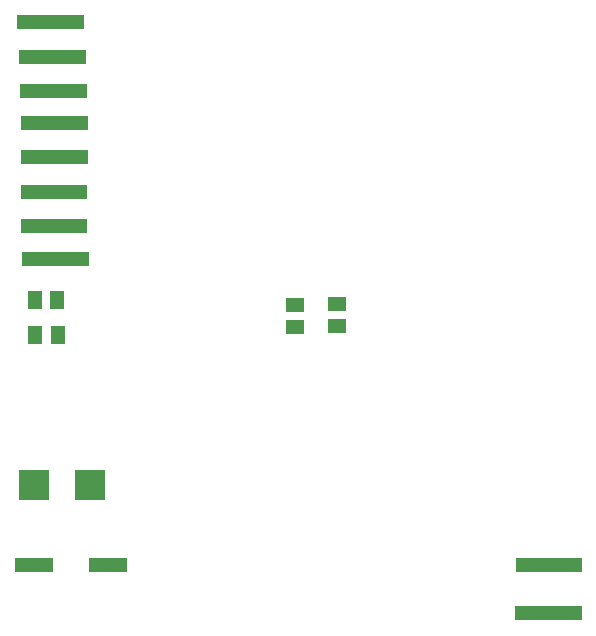
<source format=gbr>
G04 #@! TF.FileFunction,Paste,Top*
%FSLAX46Y46*%
G04 Gerber Fmt 4.6, Leading zero omitted, Abs format (unit mm)*
G04 Created by KiCad (PCBNEW 4.0.6) date 05/08/17 07:18:31*
%MOMM*%
%LPD*%
G01*
G04 APERTURE LIST*
%ADD10C,0.100000*%
%ADD11R,1.500000X1.300000*%
%ADD12R,1.300000X1.500000*%
%ADD13C,1.100000*%
%ADD14R,0.635000X1.270000*%
%ADD15R,3.300000X1.300000*%
%ADD16R,2.540000X2.540000*%
G04 APERTURE END LIST*
D10*
D11*
X123952300Y-101280300D03*
X123952300Y-103180300D03*
X127584500Y-103104100D03*
X127584500Y-101204100D03*
D12*
X103905300Y-103859900D03*
X102005300Y-103859900D03*
X103847900Y-100932300D03*
X101947900Y-100932300D03*
D13*
X145772700Y-123292900D03*
D14*
X146153700Y-123292900D03*
X146788700Y-123292900D03*
X145518700Y-123292900D03*
X144883700Y-123292900D03*
X144248700Y-123292900D03*
X147385600Y-123292900D03*
X147982500Y-123292900D03*
X143626400Y-123292900D03*
X143004100Y-123292900D03*
D13*
X145754500Y-127426900D03*
D14*
X146135500Y-127426900D03*
X146770500Y-127426900D03*
X145500500Y-127426900D03*
X144865500Y-127426900D03*
X144230500Y-127426900D03*
X147367400Y-127426900D03*
X147964300Y-127426900D03*
X143608200Y-127426900D03*
X142985900Y-127426900D03*
D13*
X103577100Y-77378900D03*
D14*
X103958100Y-77378900D03*
X104593100Y-77378900D03*
X103323100Y-77378900D03*
X102688100Y-77378900D03*
X102053100Y-77378900D03*
X105190000Y-77378900D03*
X105786900Y-77378900D03*
X101430800Y-77378900D03*
X100808500Y-77378900D03*
D13*
X103763100Y-80323900D03*
D14*
X104144100Y-80323900D03*
X104779100Y-80323900D03*
X103509100Y-80323900D03*
X102874100Y-80323900D03*
X102239100Y-80323900D03*
X105376000Y-80323900D03*
X105972900Y-80323900D03*
X101616800Y-80323900D03*
X100994500Y-80323900D03*
D13*
X103875100Y-88748900D03*
D14*
X104256100Y-88748900D03*
X104891100Y-88748900D03*
X103621100Y-88748900D03*
X102986100Y-88748900D03*
X102351100Y-88748900D03*
X105488000Y-88748900D03*
X106084900Y-88748900D03*
X101728800Y-88748900D03*
X101106500Y-88748900D03*
D13*
X103864100Y-91726900D03*
D14*
X104245100Y-91726900D03*
X104880100Y-91726900D03*
X103610100Y-91726900D03*
X102975100Y-91726900D03*
X102340100Y-91726900D03*
X105477000Y-91726900D03*
X106073900Y-91726900D03*
X101717800Y-91726900D03*
X101095500Y-91726900D03*
D13*
X103842100Y-83166900D03*
D14*
X104223100Y-83166900D03*
X104858100Y-83166900D03*
X103588100Y-83166900D03*
X102953100Y-83166900D03*
X102318100Y-83166900D03*
X105455000Y-83166900D03*
X106051900Y-83166900D03*
X101695800Y-83166900D03*
X101073500Y-83166900D03*
D13*
X104014100Y-97406900D03*
D14*
X104395100Y-97406900D03*
X105030100Y-97406900D03*
X103760100Y-97406900D03*
X103125100Y-97406900D03*
X102490100Y-97406900D03*
X105627000Y-97406900D03*
X106223900Y-97406900D03*
X101867800Y-97406900D03*
X101245500Y-97406900D03*
D13*
X103865100Y-94590900D03*
D14*
X104246100Y-94590900D03*
X104881100Y-94590900D03*
X103611100Y-94590900D03*
X102976100Y-94590900D03*
X102341100Y-94590900D03*
X105478000Y-94590900D03*
X106074900Y-94590900D03*
X101718800Y-94590900D03*
X101096500Y-94590900D03*
D13*
X103879100Y-85951900D03*
D14*
X104260100Y-85951900D03*
X104895100Y-85951900D03*
X103625100Y-85951900D03*
X102990100Y-85951900D03*
X102355100Y-85951900D03*
X105492000Y-85951900D03*
X106088900Y-85951900D03*
X101732800Y-85951900D03*
X101110500Y-85951900D03*
D15*
X108113100Y-123342900D03*
X101863100Y-123342900D03*
D16*
X101892600Y-116541900D03*
X106591600Y-116541900D03*
M02*

</source>
